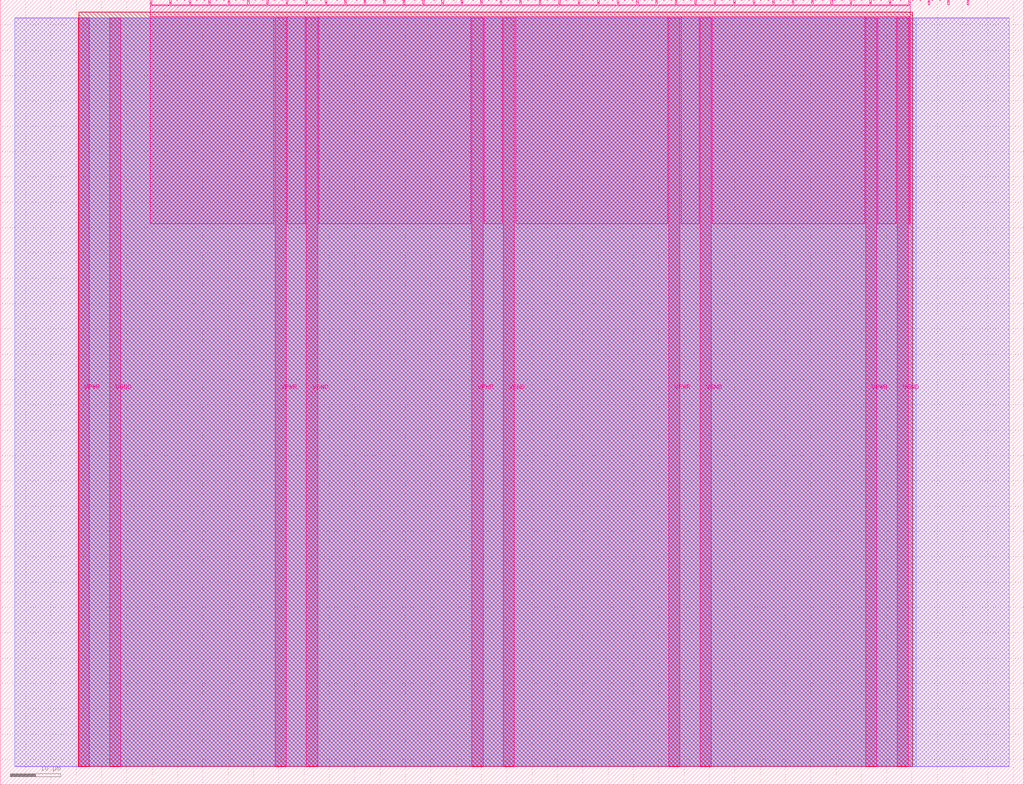
<source format=lef>
VERSION 5.7 ;
  NOWIREEXTENSIONATPIN ON ;
  DIVIDERCHAR "/" ;
  BUSBITCHARS "[]" ;
MACRO tt_um_multiplier_group_3
  CLASS BLOCK ;
  FOREIGN tt_um_multiplier_group_3 ;
  ORIGIN 0.000 0.000 ;
  SIZE 202.080 BY 154.980 ;
  PIN VGND
    DIRECTION INOUT ;
    USE GROUND ;
    PORT
      LAYER Metal5 ;
        RECT 21.580 3.560 23.780 151.420 ;
    END
    PORT
      LAYER Metal5 ;
        RECT 60.450 3.560 62.650 151.420 ;
    END
    PORT
      LAYER Metal5 ;
        RECT 99.320 3.560 101.520 151.420 ;
    END
    PORT
      LAYER Metal5 ;
        RECT 138.190 3.560 140.390 151.420 ;
    END
    PORT
      LAYER Metal5 ;
        RECT 177.060 3.560 179.260 151.420 ;
    END
  END VGND
  PIN VPWR
    DIRECTION INOUT ;
    USE POWER ;
    PORT
      LAYER Metal5 ;
        RECT 15.380 3.560 17.580 151.420 ;
    END
    PORT
      LAYER Metal5 ;
        RECT 54.250 3.560 56.450 151.420 ;
    END
    PORT
      LAYER Metal5 ;
        RECT 93.120 3.560 95.320 151.420 ;
    END
    PORT
      LAYER Metal5 ;
        RECT 131.990 3.560 134.190 151.420 ;
    END
    PORT
      LAYER Metal5 ;
        RECT 170.860 3.560 173.060 151.420 ;
    END
  END VPWR
  PIN clk
    DIRECTION INPUT ;
    USE SIGNAL ;
    PORT
      LAYER Metal5 ;
        RECT 187.050 153.980 187.350 154.980 ;
    END
  END clk
  PIN ena
    DIRECTION INPUT ;
    USE SIGNAL ;
    PORT
      LAYER Metal5 ;
        RECT 190.890 153.980 191.190 154.980 ;
    END
  END ena
  PIN rst_n
    DIRECTION INPUT ;
    USE SIGNAL ;
    PORT
      LAYER Metal5 ;
        RECT 183.210 153.980 183.510 154.980 ;
    END
  END rst_n
  PIN ui_in[0]
    DIRECTION INPUT ;
    USE SIGNAL ;
    ANTENNAGATEAREA 0.213200 ;
    PORT
      LAYER Metal5 ;
        RECT 179.370 153.980 179.670 154.980 ;
    END
  END ui_in[0]
  PIN ui_in[1]
    DIRECTION INPUT ;
    USE SIGNAL ;
    ANTENNAGATEAREA 0.314600 ;
    PORT
      LAYER Metal5 ;
        RECT 175.530 153.980 175.830 154.980 ;
    END
  END ui_in[1]
  PIN ui_in[2]
    DIRECTION INPUT ;
    USE SIGNAL ;
    ANTENNAGATEAREA 0.314600 ;
    PORT
      LAYER Metal5 ;
        RECT 171.690 153.980 171.990 154.980 ;
    END
  END ui_in[2]
  PIN ui_in[3]
    DIRECTION INPUT ;
    USE SIGNAL ;
    ANTENNAGATEAREA 0.314600 ;
    PORT
      LAYER Metal5 ;
        RECT 167.850 153.980 168.150 154.980 ;
    END
  END ui_in[3]
  PIN ui_in[4]
    DIRECTION INPUT ;
    USE SIGNAL ;
    ANTENNAGATEAREA 0.213200 ;
    PORT
      LAYER Metal5 ;
        RECT 164.010 153.980 164.310 154.980 ;
    END
  END ui_in[4]
  PIN ui_in[5]
    DIRECTION INPUT ;
    USE SIGNAL ;
    ANTENNAGATEAREA 0.213200 ;
    PORT
      LAYER Metal5 ;
        RECT 160.170 153.980 160.470 154.980 ;
    END
  END ui_in[5]
  PIN ui_in[6]
    DIRECTION INPUT ;
    USE SIGNAL ;
    ANTENNAGATEAREA 0.180700 ;
    PORT
      LAYER Metal5 ;
        RECT 156.330 153.980 156.630 154.980 ;
    END
  END ui_in[6]
  PIN ui_in[7]
    DIRECTION INPUT ;
    USE SIGNAL ;
    ANTENNAGATEAREA 0.314600 ;
    PORT
      LAYER Metal5 ;
        RECT 152.490 153.980 152.790 154.980 ;
    END
  END ui_in[7]
  PIN uio_in[0]
    DIRECTION INPUT ;
    USE SIGNAL ;
    ANTENNAGATEAREA 0.180700 ;
    PORT
      LAYER Metal5 ;
        RECT 148.650 153.980 148.950 154.980 ;
    END
  END uio_in[0]
  PIN uio_in[1]
    DIRECTION INPUT ;
    USE SIGNAL ;
    ANTENNAGATEAREA 0.180700 ;
    PORT
      LAYER Metal5 ;
        RECT 144.810 153.980 145.110 154.980 ;
    END
  END uio_in[1]
  PIN uio_in[2]
    DIRECTION INPUT ;
    USE SIGNAL ;
    ANTENNAGATEAREA 0.180700 ;
    PORT
      LAYER Metal5 ;
        RECT 140.970 153.980 141.270 154.980 ;
    END
  END uio_in[2]
  PIN uio_in[3]
    DIRECTION INPUT ;
    USE SIGNAL ;
    ANTENNAGATEAREA 0.213200 ;
    PORT
      LAYER Metal5 ;
        RECT 137.130 153.980 137.430 154.980 ;
    END
  END uio_in[3]
  PIN uio_in[4]
    DIRECTION INPUT ;
    USE SIGNAL ;
    PORT
      LAYER Metal5 ;
        RECT 133.290 153.980 133.590 154.980 ;
    END
  END uio_in[4]
  PIN uio_in[5]
    DIRECTION INPUT ;
    USE SIGNAL ;
    PORT
      LAYER Metal5 ;
        RECT 129.450 153.980 129.750 154.980 ;
    END
  END uio_in[5]
  PIN uio_in[6]
    DIRECTION INPUT ;
    USE SIGNAL ;
    PORT
      LAYER Metal5 ;
        RECT 125.610 153.980 125.910 154.980 ;
    END
  END uio_in[6]
  PIN uio_in[7]
    DIRECTION INPUT ;
    USE SIGNAL ;
    PORT
      LAYER Metal5 ;
        RECT 121.770 153.980 122.070 154.980 ;
    END
  END uio_in[7]
  PIN uio_oe[0]
    DIRECTION OUTPUT ;
    USE SIGNAL ;
    ANTENNADIFFAREA 0.299200 ;
    PORT
      LAYER Metal5 ;
        RECT 56.490 153.980 56.790 154.980 ;
    END
  END uio_oe[0]
  PIN uio_oe[1]
    DIRECTION OUTPUT ;
    USE SIGNAL ;
    ANTENNADIFFAREA 0.299200 ;
    PORT
      LAYER Metal5 ;
        RECT 52.650 153.980 52.950 154.980 ;
    END
  END uio_oe[1]
  PIN uio_oe[2]
    DIRECTION OUTPUT ;
    USE SIGNAL ;
    ANTENNADIFFAREA 0.299200 ;
    PORT
      LAYER Metal5 ;
        RECT 48.810 153.980 49.110 154.980 ;
    END
  END uio_oe[2]
  PIN uio_oe[3]
    DIRECTION OUTPUT ;
    USE SIGNAL ;
    ANTENNADIFFAREA 0.299200 ;
    PORT
      LAYER Metal5 ;
        RECT 44.970 153.980 45.270 154.980 ;
    END
  END uio_oe[3]
  PIN uio_oe[4]
    DIRECTION OUTPUT ;
    USE SIGNAL ;
    ANTENNADIFFAREA 0.299200 ;
    PORT
      LAYER Metal5 ;
        RECT 41.130 153.980 41.430 154.980 ;
    END
  END uio_oe[4]
  PIN uio_oe[5]
    DIRECTION OUTPUT ;
    USE SIGNAL ;
    ANTENNADIFFAREA 0.299200 ;
    PORT
      LAYER Metal5 ;
        RECT 37.290 153.980 37.590 154.980 ;
    END
  END uio_oe[5]
  PIN uio_oe[6]
    DIRECTION OUTPUT ;
    USE SIGNAL ;
    ANTENNADIFFAREA 0.299200 ;
    PORT
      LAYER Metal5 ;
        RECT 33.450 153.980 33.750 154.980 ;
    END
  END uio_oe[6]
  PIN uio_oe[7]
    DIRECTION OUTPUT ;
    USE SIGNAL ;
    ANTENNADIFFAREA 0.299200 ;
    PORT
      LAYER Metal5 ;
        RECT 29.610 153.980 29.910 154.980 ;
    END
  END uio_oe[7]
  PIN uio_out[0]
    DIRECTION OUTPUT ;
    USE SIGNAL ;
    ANTENNADIFFAREA 0.299200 ;
    PORT
      LAYER Metal5 ;
        RECT 87.210 153.980 87.510 154.980 ;
    END
  END uio_out[0]
  PIN uio_out[1]
    DIRECTION OUTPUT ;
    USE SIGNAL ;
    ANTENNADIFFAREA 0.299200 ;
    PORT
      LAYER Metal5 ;
        RECT 83.370 153.980 83.670 154.980 ;
    END
  END uio_out[1]
  PIN uio_out[2]
    DIRECTION OUTPUT ;
    USE SIGNAL ;
    ANTENNADIFFAREA 0.299200 ;
    PORT
      LAYER Metal5 ;
        RECT 79.530 153.980 79.830 154.980 ;
    END
  END uio_out[2]
  PIN uio_out[3]
    DIRECTION OUTPUT ;
    USE SIGNAL ;
    ANTENNADIFFAREA 0.299200 ;
    PORT
      LAYER Metal5 ;
        RECT 75.690 153.980 75.990 154.980 ;
    END
  END uio_out[3]
  PIN uio_out[4]
    DIRECTION OUTPUT ;
    USE SIGNAL ;
    ANTENNADIFFAREA 0.299200 ;
    PORT
      LAYER Metal5 ;
        RECT 71.850 153.980 72.150 154.980 ;
    END
  END uio_out[4]
  PIN uio_out[5]
    DIRECTION OUTPUT ;
    USE SIGNAL ;
    ANTENNADIFFAREA 0.299200 ;
    PORT
      LAYER Metal5 ;
        RECT 68.010 153.980 68.310 154.980 ;
    END
  END uio_out[5]
  PIN uio_out[6]
    DIRECTION OUTPUT ;
    USE SIGNAL ;
    ANTENNADIFFAREA 0.299200 ;
    PORT
      LAYER Metal5 ;
        RECT 64.170 153.980 64.470 154.980 ;
    END
  END uio_out[6]
  PIN uio_out[7]
    DIRECTION OUTPUT ;
    USE SIGNAL ;
    ANTENNADIFFAREA 0.299200 ;
    PORT
      LAYER Metal5 ;
        RECT 60.330 153.980 60.630 154.980 ;
    END
  END uio_out[7]
  PIN uo_out[0]
    DIRECTION OUTPUT ;
    USE SIGNAL ;
    ANTENNADIFFAREA 0.988000 ;
    PORT
      LAYER Metal5 ;
        RECT 117.930 153.980 118.230 154.980 ;
    END
  END uo_out[0]
  PIN uo_out[1]
    DIRECTION OUTPUT ;
    USE SIGNAL ;
    ANTENNADIFFAREA 1.269200 ;
    PORT
      LAYER Metal5 ;
        RECT 114.090 153.980 114.390 154.980 ;
    END
  END uo_out[1]
  PIN uo_out[2]
    DIRECTION OUTPUT ;
    USE SIGNAL ;
    ANTENNADIFFAREA 0.632400 ;
    PORT
      LAYER Metal5 ;
        RECT 110.250 153.980 110.550 154.980 ;
    END
  END uo_out[2]
  PIN uo_out[3]
    DIRECTION OUTPUT ;
    USE SIGNAL ;
    ANTENNADIFFAREA 1.269200 ;
    PORT
      LAYER Metal5 ;
        RECT 106.410 153.980 106.710 154.980 ;
    END
  END uo_out[3]
  PIN uo_out[4]
    DIRECTION OUTPUT ;
    USE SIGNAL ;
    ANTENNADIFFAREA 0.677200 ;
    PORT
      LAYER Metal5 ;
        RECT 102.570 153.980 102.870 154.980 ;
    END
  END uo_out[4]
  PIN uo_out[5]
    DIRECTION OUTPUT ;
    USE SIGNAL ;
    ANTENNADIFFAREA 0.677200 ;
    PORT
      LAYER Metal5 ;
        RECT 98.730 153.980 99.030 154.980 ;
    END
  END uo_out[5]
  PIN uo_out[6]
    DIRECTION OUTPUT ;
    USE SIGNAL ;
    ANTENNADIFFAREA 1.135600 ;
    PORT
      LAYER Metal5 ;
        RECT 94.890 153.980 95.190 154.980 ;
    END
  END uo_out[6]
  PIN uo_out[7]
    DIRECTION OUTPUT ;
    USE SIGNAL ;
    ANTENNADIFFAREA 0.677200 ;
    PORT
      LAYER Metal5 ;
        RECT 91.050 153.980 91.350 154.980 ;
    END
  END uo_out[7]
  OBS
      LAYER GatPoly ;
        RECT 2.880 3.630 199.200 151.350 ;
      LAYER Metal1 ;
        RECT 2.880 3.560 199.200 151.420 ;
      LAYER Metal2 ;
        RECT 15.515 3.680 180.865 151.300 ;
      LAYER Metal3 ;
        RECT 15.560 3.635 180.100 152.605 ;
      LAYER Metal4 ;
        RECT 15.515 3.680 180.145 152.560 ;
      LAYER Metal5 ;
        RECT 30.120 153.770 33.240 153.980 ;
        RECT 33.960 153.770 37.080 153.980 ;
        RECT 37.800 153.770 40.920 153.980 ;
        RECT 41.640 153.770 44.760 153.980 ;
        RECT 45.480 153.770 48.600 153.980 ;
        RECT 49.320 153.770 52.440 153.980 ;
        RECT 53.160 153.770 56.280 153.980 ;
        RECT 57.000 153.770 60.120 153.980 ;
        RECT 60.840 153.770 63.960 153.980 ;
        RECT 64.680 153.770 67.800 153.980 ;
        RECT 68.520 153.770 71.640 153.980 ;
        RECT 72.360 153.770 75.480 153.980 ;
        RECT 76.200 153.770 79.320 153.980 ;
        RECT 80.040 153.770 83.160 153.980 ;
        RECT 83.880 153.770 87.000 153.980 ;
        RECT 87.720 153.770 90.840 153.980 ;
        RECT 91.560 153.770 94.680 153.980 ;
        RECT 95.400 153.770 98.520 153.980 ;
        RECT 99.240 153.770 102.360 153.980 ;
        RECT 103.080 153.770 106.200 153.980 ;
        RECT 106.920 153.770 110.040 153.980 ;
        RECT 110.760 153.770 113.880 153.980 ;
        RECT 114.600 153.770 117.720 153.980 ;
        RECT 118.440 153.770 121.560 153.980 ;
        RECT 122.280 153.770 125.400 153.980 ;
        RECT 126.120 153.770 129.240 153.980 ;
        RECT 129.960 153.770 133.080 153.980 ;
        RECT 133.800 153.770 136.920 153.980 ;
        RECT 137.640 153.770 140.760 153.980 ;
        RECT 141.480 153.770 144.600 153.980 ;
        RECT 145.320 153.770 148.440 153.980 ;
        RECT 149.160 153.770 152.280 153.980 ;
        RECT 153.000 153.770 156.120 153.980 ;
        RECT 156.840 153.770 159.960 153.980 ;
        RECT 160.680 153.770 163.800 153.980 ;
        RECT 164.520 153.770 167.640 153.980 ;
        RECT 168.360 153.770 171.480 153.980 ;
        RECT 172.200 153.770 175.320 153.980 ;
        RECT 176.040 153.770 179.160 153.980 ;
        RECT 29.660 151.630 179.620 153.770 ;
        RECT 29.660 110.735 54.040 151.630 ;
        RECT 56.660 110.735 60.240 151.630 ;
        RECT 62.860 110.735 92.910 151.630 ;
        RECT 95.530 110.735 99.110 151.630 ;
        RECT 101.730 110.735 131.780 151.630 ;
        RECT 134.400 110.735 137.980 151.630 ;
        RECT 140.600 110.735 170.650 151.630 ;
        RECT 173.270 110.735 176.850 151.630 ;
        RECT 179.470 110.735 179.620 151.630 ;
  END
END tt_um_multiplier_group_3
END LIBRARY


</source>
